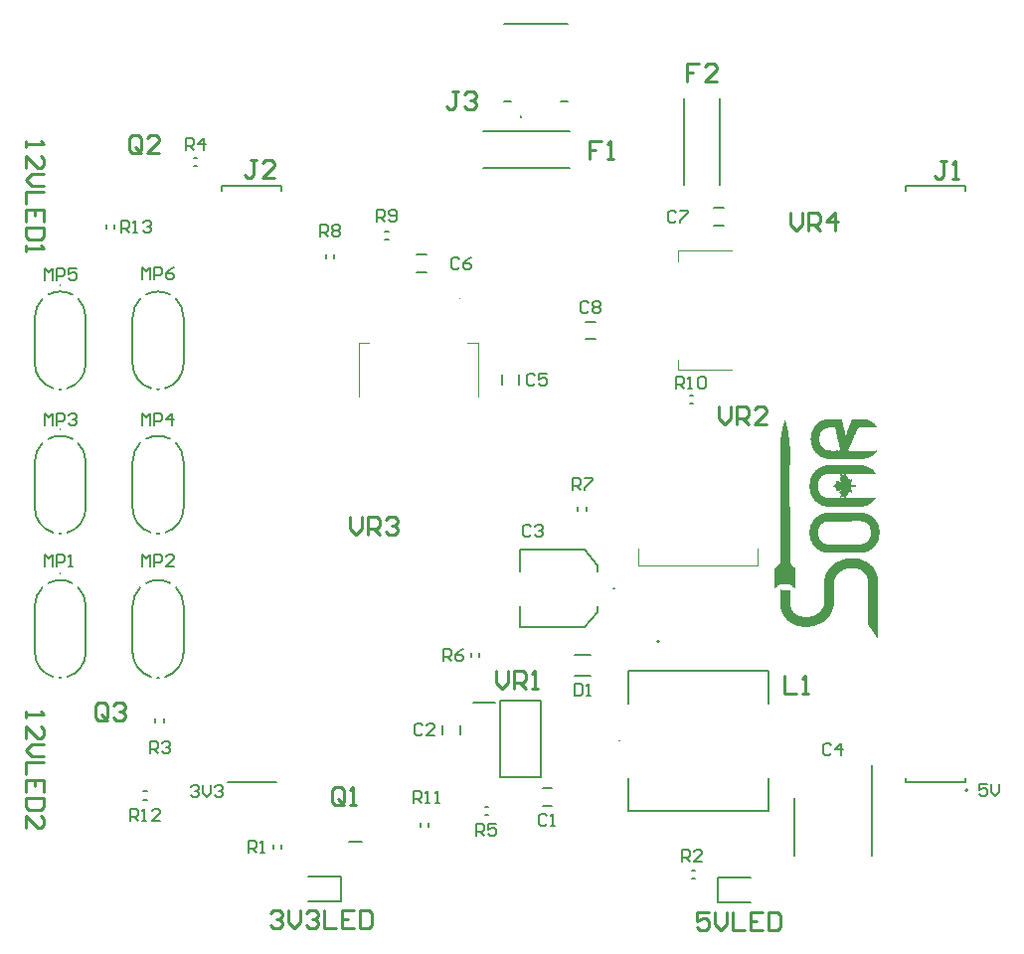
<source format=gto>
G04*
G04 #@! TF.GenerationSoftware,Altium Limited,Altium Designer,23.11.1 (41)*
G04*
G04 Layer_Color=65535*
%FSLAX25Y25*%
%MOIN*%
G70*
G04*
G04 #@! TF.SameCoordinates,7FD28054-1643-4BC3-9A3C-097E624A02D2*
G04*
G04*
G04 #@! TF.FilePolarity,Positive*
G04*
G01*
G75*
%ADD10C,0.00394*%
%ADD11C,0.00787*%
%ADD12C,0.00800*%
%ADD13C,0.01000*%
G36*
X71602Y-155386D02*
X72311D01*
Y-155505D01*
X72784D01*
Y-155623D01*
X73139D01*
Y-155741D01*
X73376D01*
Y-155860D01*
X73612D01*
Y-155978D01*
X73849D01*
Y-156096D01*
X74085D01*
Y-156214D01*
X74204D01*
Y-156333D01*
X74440D01*
Y-156451D01*
X74558D01*
Y-156569D01*
X74677D01*
Y-156687D01*
X74795D01*
Y-156806D01*
X75031D01*
Y-156924D01*
X75150D01*
Y-157042D01*
X75268D01*
Y-157279D01*
X75386D01*
Y-157397D01*
X75504D01*
Y-157515D01*
X75623D01*
Y-157634D01*
X75741D01*
Y-157752D01*
X75859D01*
Y-157989D01*
X75978D01*
Y-158107D01*
X69709D01*
Y-158225D01*
X69473D01*
Y-158343D01*
X69354D01*
Y-158580D01*
X69236D01*
Y-158935D01*
X69118D01*
Y-159171D01*
X69000D01*
Y-159408D01*
X68881D01*
Y-159763D01*
X68763D01*
Y-159999D01*
X68645D01*
Y-160236D01*
X68527D01*
Y-160590D01*
X68408D01*
Y-160827D01*
X68290D01*
Y-161064D01*
X68172D01*
Y-161418D01*
X68054D01*
Y-161655D01*
X67935D01*
Y-161891D01*
X67817D01*
Y-162246D01*
X67699D01*
Y-162483D01*
X67580D01*
Y-162719D01*
X67462D01*
Y-162956D01*
X67344D01*
Y-163311D01*
X67226D01*
Y-163547D01*
X67107D01*
Y-163784D01*
X66989D01*
Y-164138D01*
X66871D01*
Y-164375D01*
X66753D01*
Y-164611D01*
X66634D01*
Y-164848D01*
X66516D01*
Y-165203D01*
X66398D01*
Y-165439D01*
X66280D01*
Y-165794D01*
X66516D01*
Y-165912D01*
X75504D01*
Y-165794D01*
X75741D01*
Y-165912D01*
X75859D01*
Y-166149D01*
X75741D01*
Y-166267D01*
X75623D01*
Y-166386D01*
X75504D01*
Y-166504D01*
X75386D01*
Y-166622D01*
X75268D01*
Y-166740D01*
X75150D01*
Y-166859D01*
X75031D01*
Y-166977D01*
X74913D01*
Y-167095D01*
X74795D01*
Y-167213D01*
X74677D01*
Y-167332D01*
X74558D01*
Y-167450D01*
X74440D01*
Y-167568D01*
X74204D01*
Y-167686D01*
X74085D01*
Y-167805D01*
X73849D01*
Y-167923D01*
X73612D01*
Y-168041D01*
X73376D01*
Y-168160D01*
X73139D01*
Y-168278D01*
X72784D01*
Y-168396D01*
X72430D01*
Y-168514D01*
X71838D01*
Y-168633D01*
X71010D01*
Y-168751D01*
X61194D01*
Y-168633D01*
X58829D01*
Y-168514D01*
X58237D01*
Y-168396D01*
X57882D01*
Y-168278D01*
X57646D01*
Y-168160D01*
X57291D01*
Y-168041D01*
X57055D01*
Y-167923D01*
X56936D01*
Y-167805D01*
X56700D01*
Y-167686D01*
X56581D01*
Y-167568D01*
X56345D01*
Y-167450D01*
X56227D01*
Y-167332D01*
X56108D01*
Y-167213D01*
X55872D01*
Y-167095D01*
X55754D01*
Y-166977D01*
X55635D01*
Y-166859D01*
X55517D01*
Y-166740D01*
X55399D01*
Y-166622D01*
X55281D01*
Y-166386D01*
X55162D01*
Y-166267D01*
X55044D01*
Y-166149D01*
X54926D01*
Y-166031D01*
X54807D01*
Y-165794D01*
X54689D01*
Y-165676D01*
X54571D01*
Y-165439D01*
X54453D01*
Y-165203D01*
X54334D01*
Y-164966D01*
X54216D01*
Y-164730D01*
X54098D01*
Y-164375D01*
X53979D01*
Y-164020D01*
X53861D01*
Y-163547D01*
X53743D01*
Y-162364D01*
X53625D01*
Y-161655D01*
X53743D01*
Y-160472D01*
X53861D01*
Y-159881D01*
X53979D01*
Y-159526D01*
X54098D01*
Y-159171D01*
X54216D01*
Y-158935D01*
X54334D01*
Y-158698D01*
X54453D01*
Y-158461D01*
X54571D01*
Y-158225D01*
X54689D01*
Y-158107D01*
X54807D01*
Y-157870D01*
X54926D01*
Y-157752D01*
X55044D01*
Y-157634D01*
X55162D01*
Y-157515D01*
X55281D01*
Y-157279D01*
X55399D01*
Y-157161D01*
X55517D01*
Y-157042D01*
X55635D01*
Y-156924D01*
X55872D01*
Y-156806D01*
X55990D01*
Y-156687D01*
X56108D01*
Y-156569D01*
X56227D01*
Y-156451D01*
X56463D01*
Y-156333D01*
X56581D01*
Y-156214D01*
X56818D01*
Y-156096D01*
X56936D01*
Y-155978D01*
X57173D01*
Y-155860D01*
X57409D01*
Y-155741D01*
X57646D01*
Y-155623D01*
X58001D01*
Y-155505D01*
X58355D01*
Y-155386D01*
X58947D01*
Y-155268D01*
X63914D01*
Y-155386D01*
X64032D01*
Y-155505D01*
X64151D01*
Y-155741D01*
X64269D01*
Y-156333D01*
X64387D01*
Y-156924D01*
X64505D01*
Y-157515D01*
X64624D01*
Y-157989D01*
X64742D01*
Y-158580D01*
X64860D01*
Y-159171D01*
X64979D01*
Y-159644D01*
X65097D01*
Y-160236D01*
X65215D01*
Y-160709D01*
X65333D01*
Y-160827D01*
X65452D01*
Y-160590D01*
X65570D01*
Y-160236D01*
X65688D01*
Y-159881D01*
X65806D01*
Y-159526D01*
X65925D01*
Y-159171D01*
X66043D01*
Y-158935D01*
X66161D01*
Y-158580D01*
X66280D01*
Y-158225D01*
X66398D01*
Y-157870D01*
X66516D01*
Y-157515D01*
X66634D01*
Y-157279D01*
X66753D01*
Y-156924D01*
X66871D01*
Y-156569D01*
X66989D01*
Y-156214D01*
X67107D01*
Y-155860D01*
X67226D01*
Y-155623D01*
X67344D01*
Y-155386D01*
X67580D01*
Y-155268D01*
X71602D01*
Y-155386D01*
D02*
G37*
G36*
X70537Y-170880D02*
X71602D01*
Y-170998D01*
X72075D01*
Y-171116D01*
X72430D01*
Y-171235D01*
X72784D01*
Y-171353D01*
X73021D01*
Y-171471D01*
X73257D01*
Y-171589D01*
X73494D01*
Y-171708D01*
X73612D01*
Y-171826D01*
X73849D01*
Y-171944D01*
X73967D01*
Y-172063D01*
X74085D01*
Y-172181D01*
X74322D01*
Y-172299D01*
X74440D01*
Y-172417D01*
X74558D01*
Y-172536D01*
X74677D01*
Y-172654D01*
X74795D01*
Y-172772D01*
X74913D01*
Y-172890D01*
X75031D01*
Y-173009D01*
X75150D01*
Y-173127D01*
X75268D01*
Y-173363D01*
X75386D01*
Y-173482D01*
X75504D01*
Y-173600D01*
X65452D01*
Y-173718D01*
X65333D01*
Y-173955D01*
X65452D01*
Y-174073D01*
X65570D01*
Y-174310D01*
X65688D01*
Y-174428D01*
X65806D01*
Y-174664D01*
X65925D01*
Y-174783D01*
X66043D01*
Y-175019D01*
X66161D01*
Y-175137D01*
X66280D01*
Y-175256D01*
X66398D01*
Y-175492D01*
X66634D01*
Y-175611D01*
X67107D01*
Y-175492D01*
X67344D01*
Y-176438D01*
X67226D01*
Y-177030D01*
X67107D01*
Y-177148D01*
X67226D01*
Y-177385D01*
X67462D01*
Y-177503D01*
X67580D01*
Y-177385D01*
X68645D01*
Y-177503D01*
X68763D01*
Y-177621D01*
X68881D01*
Y-177858D01*
X68763D01*
Y-178094D01*
X67226D01*
Y-178331D01*
X67107D01*
Y-178449D01*
X67226D01*
Y-179159D01*
X67344D01*
Y-179868D01*
X67462D01*
Y-179987D01*
X67107D01*
Y-179868D01*
X66516D01*
Y-179987D01*
X66398D01*
Y-180105D01*
X66280D01*
Y-180341D01*
X66161D01*
Y-180460D01*
X66043D01*
Y-180696D01*
X65925D01*
Y-180814D01*
X65806D01*
Y-181051D01*
X65688D01*
Y-181169D01*
X65570D01*
Y-181288D01*
X65452D01*
Y-181524D01*
X65333D01*
Y-181761D01*
X75386D01*
Y-182115D01*
X75268D01*
Y-182234D01*
X75150D01*
Y-182352D01*
X75031D01*
Y-182470D01*
X74913D01*
Y-182589D01*
X74795D01*
Y-182707D01*
X74677D01*
Y-182825D01*
X74558D01*
Y-182943D01*
X74440D01*
Y-183062D01*
X74322D01*
Y-183180D01*
X74204D01*
Y-183298D01*
X74085D01*
Y-183416D01*
X73849D01*
Y-183535D01*
X73730D01*
Y-183653D01*
X73612D01*
Y-183771D01*
X73376D01*
Y-183889D01*
X73139D01*
Y-184008D01*
X72903D01*
Y-184126D01*
X72666D01*
Y-184244D01*
X72311D01*
Y-184362D01*
X71956D01*
Y-184481D01*
X71365D01*
Y-184599D01*
X66398D01*
Y-184717D01*
X63441D01*
Y-184599D01*
X58592D01*
Y-184481D01*
X58119D01*
Y-184362D01*
X57646D01*
Y-184244D01*
X57291D01*
Y-184126D01*
X57055D01*
Y-184008D01*
X56818D01*
Y-183889D01*
X56581D01*
Y-183771D01*
X56345D01*
Y-183653D01*
X56227D01*
Y-183535D01*
X55990D01*
Y-183416D01*
X55872D01*
Y-183298D01*
X55635D01*
Y-183180D01*
X55517D01*
Y-183062D01*
X55399D01*
Y-182943D01*
X55281D01*
Y-182825D01*
X55162D01*
Y-182707D01*
X55044D01*
Y-182589D01*
X54926D01*
Y-182470D01*
X54807D01*
Y-182352D01*
X54689D01*
Y-182115D01*
X54571D01*
Y-181997D01*
X54453D01*
Y-181761D01*
X54334D01*
Y-181642D01*
X54216D01*
Y-181406D01*
X54098D01*
Y-181169D01*
X53979D01*
Y-180933D01*
X53861D01*
Y-180696D01*
X53743D01*
Y-180341D01*
X53625D01*
Y-179987D01*
X53506D01*
Y-179514D01*
X53388D01*
Y-178686D01*
X53270D01*
Y-176911D01*
X53388D01*
Y-175965D01*
X53506D01*
Y-175492D01*
X53625D01*
Y-175137D01*
X53743D01*
Y-174783D01*
X53861D01*
Y-174546D01*
X53979D01*
Y-174310D01*
X54098D01*
Y-174073D01*
X54216D01*
Y-173837D01*
X54334D01*
Y-173600D01*
X54453D01*
Y-173482D01*
X54571D01*
Y-173363D01*
X54689D01*
Y-173127D01*
X54807D01*
Y-173009D01*
X54926D01*
Y-172890D01*
X55044D01*
Y-172772D01*
X55162D01*
Y-172654D01*
X55281D01*
Y-172536D01*
X55399D01*
Y-172417D01*
X55517D01*
Y-172299D01*
X55635D01*
Y-172181D01*
X55754D01*
Y-172063D01*
X55990D01*
Y-171944D01*
X56108D01*
Y-171826D01*
X56345D01*
Y-171708D01*
X56463D01*
Y-171589D01*
X56700D01*
Y-171471D01*
X56936D01*
Y-171353D01*
X57173D01*
Y-171235D01*
X57528D01*
Y-171116D01*
X58001D01*
Y-170998D01*
X58474D01*
Y-170880D01*
X59420D01*
Y-170762D01*
X70537D01*
Y-170880D01*
D02*
G37*
G36*
X71483Y-186846D02*
X71956D01*
Y-186964D01*
X72311D01*
Y-187083D01*
X72666D01*
Y-187201D01*
X72903D01*
Y-187319D01*
X73139D01*
Y-187437D01*
X73376D01*
Y-187556D01*
X73612D01*
Y-187674D01*
X73730D01*
Y-187792D01*
X73967D01*
Y-187911D01*
X74085D01*
Y-188029D01*
X74204D01*
Y-188147D01*
X74440D01*
Y-188265D01*
X74558D01*
Y-188384D01*
X74677D01*
Y-188502D01*
X74795D01*
Y-188620D01*
X74913D01*
Y-188739D01*
X75031D01*
Y-188857D01*
X75150D01*
Y-189093D01*
X75268D01*
Y-189211D01*
X75386D01*
Y-189330D01*
X75504D01*
Y-189566D01*
X75623D01*
Y-189685D01*
X75741D01*
Y-189921D01*
X75859D01*
Y-190158D01*
X75978D01*
Y-190394D01*
X76096D01*
Y-190631D01*
X76214D01*
Y-190867D01*
X76332D01*
Y-191222D01*
X76451D01*
Y-191695D01*
X76569D01*
Y-192523D01*
X76687D01*
Y-194179D01*
X76569D01*
Y-195007D01*
X76451D01*
Y-195598D01*
X76332D01*
Y-195953D01*
X76214D01*
Y-196189D01*
X76096D01*
Y-196544D01*
X75978D01*
Y-196781D01*
X75859D01*
Y-196899D01*
X75741D01*
Y-197136D01*
X75623D01*
Y-197372D01*
X75504D01*
Y-197490D01*
X75386D01*
Y-197609D01*
X75268D01*
Y-197845D01*
X75150D01*
Y-197964D01*
X75031D01*
Y-198082D01*
X74913D01*
Y-198200D01*
X74795D01*
Y-198318D01*
X74677D01*
Y-198436D01*
X74558D01*
Y-198555D01*
X74440D01*
Y-198673D01*
X74322D01*
Y-198791D01*
X74085D01*
Y-198910D01*
X73967D01*
Y-199028D01*
X73849D01*
Y-199146D01*
X73612D01*
Y-199264D01*
X73376D01*
Y-199383D01*
X73257D01*
Y-199501D01*
X73021D01*
Y-199619D01*
X72666D01*
Y-199738D01*
X72430D01*
Y-199856D01*
X72075D01*
Y-199974D01*
X71483D01*
Y-200092D01*
X59893D01*
Y-200211D01*
X59302D01*
Y-200092D01*
X58355D01*
Y-199974D01*
X57882D01*
Y-199856D01*
X57528D01*
Y-199738D01*
X57173D01*
Y-199619D01*
X56936D01*
Y-199501D01*
X56700D01*
Y-199383D01*
X56463D01*
Y-199264D01*
X56345D01*
Y-199146D01*
X56108D01*
Y-199028D01*
X55990D01*
Y-198910D01*
X55754D01*
Y-198791D01*
X55635D01*
Y-198673D01*
X55517D01*
Y-198555D01*
X55399D01*
Y-198436D01*
X55281D01*
Y-198318D01*
X55162D01*
Y-198200D01*
X55044D01*
Y-198082D01*
X54926D01*
Y-197964D01*
X54807D01*
Y-197845D01*
X54689D01*
Y-197727D01*
X54571D01*
Y-197609D01*
X54453D01*
Y-197372D01*
X54334D01*
Y-197254D01*
X54216D01*
Y-197017D01*
X54098D01*
Y-196781D01*
X53979D01*
Y-196544D01*
X53861D01*
Y-196308D01*
X53743D01*
Y-195953D01*
X53625D01*
Y-195598D01*
X53506D01*
Y-195243D01*
X53388D01*
Y-194534D01*
X53270D01*
Y-192287D01*
X53388D01*
Y-191695D01*
X53506D01*
Y-191222D01*
X53625D01*
Y-190867D01*
X53743D01*
Y-190631D01*
X53861D01*
Y-190276D01*
X53979D01*
Y-190039D01*
X54098D01*
Y-189803D01*
X54216D01*
Y-189685D01*
X54334D01*
Y-189448D01*
X54453D01*
Y-189330D01*
X54571D01*
Y-189093D01*
X54689D01*
Y-188975D01*
X54807D01*
Y-188857D01*
X54926D01*
Y-188739D01*
X55044D01*
Y-188620D01*
X55162D01*
Y-188502D01*
X55281D01*
Y-188384D01*
X55399D01*
Y-188265D01*
X55517D01*
Y-188147D01*
X55635D01*
Y-188029D01*
X55754D01*
Y-187911D01*
X55990D01*
Y-187792D01*
X56108D01*
Y-187674D01*
X56345D01*
Y-187556D01*
X56581D01*
Y-187437D01*
X56700D01*
Y-187319D01*
X57055D01*
Y-187201D01*
X57291D01*
Y-187083D01*
X57646D01*
Y-186964D01*
X58001D01*
Y-186846D01*
X58592D01*
Y-186728D01*
X71483D01*
Y-186846D01*
D02*
G37*
G36*
X45109Y-155978D02*
X45228D01*
Y-156333D01*
X45346D01*
Y-156687D01*
X45464D01*
Y-157161D01*
X45582D01*
Y-157634D01*
X45701D01*
Y-158107D01*
X45819D01*
Y-158698D01*
X45937D01*
Y-159171D01*
X46055D01*
Y-159881D01*
X46174D01*
Y-160590D01*
X46292D01*
Y-161537D01*
X46410D01*
Y-162719D01*
X46529D01*
Y-164375D01*
X46647D01*
Y-170762D01*
X46529D01*
Y-184717D01*
X46647D01*
Y-203640D01*
X46765D01*
Y-203759D01*
X46883D01*
Y-203877D01*
X47002D01*
Y-203995D01*
X47120D01*
Y-204114D01*
X47238D01*
Y-204232D01*
X47356D01*
Y-204350D01*
X47475D01*
Y-204468D01*
X47593D01*
Y-204587D01*
X47711D01*
Y-204705D01*
X47829D01*
Y-204823D01*
X47948D01*
Y-204941D01*
X48066D01*
Y-205060D01*
X48184D01*
Y-205178D01*
X48421D01*
Y-205414D01*
X48539D01*
Y-212156D01*
X48421D01*
Y-212037D01*
X48303D01*
Y-211919D01*
X48066D01*
Y-211801D01*
X47948D01*
Y-211683D01*
X47829D01*
Y-211564D01*
X47593D01*
Y-211446D01*
X47475D01*
Y-211328D01*
X47356D01*
Y-211210D01*
X47120D01*
Y-211091D01*
X47002D01*
Y-210973D01*
X46765D01*
Y-210855D01*
X43454D01*
Y-210736D01*
X43335D01*
Y-210855D01*
X43099D01*
Y-210973D01*
X42981D01*
Y-211091D01*
X42862D01*
Y-211210D01*
X42626D01*
Y-211328D01*
X42507D01*
Y-211446D01*
X42389D01*
Y-211564D01*
X42153D01*
Y-211683D01*
X42034D01*
Y-211801D01*
X41916D01*
Y-211919D01*
X41679D01*
Y-212037D01*
X41561D01*
Y-212156D01*
X41443D01*
Y-210855D01*
Y-210736D01*
Y-205533D01*
X41561D01*
Y-205296D01*
X41679D01*
Y-205060D01*
X41798D01*
Y-204941D01*
X42034D01*
Y-204823D01*
X42153D01*
Y-204705D01*
X42271D01*
Y-204587D01*
X42389D01*
Y-204468D01*
X42507D01*
Y-204350D01*
X42626D01*
Y-204232D01*
X42744D01*
Y-204114D01*
X42862D01*
Y-203995D01*
X42981D01*
Y-203877D01*
X43099D01*
Y-203759D01*
X43217D01*
Y-203640D01*
X43335D01*
Y-164138D01*
X43454D01*
Y-162601D01*
X43572D01*
Y-161537D01*
X43690D01*
Y-160590D01*
X43808D01*
Y-159881D01*
X43927D01*
Y-159289D01*
X44045D01*
Y-158698D01*
X44163D01*
Y-158107D01*
X44281D01*
Y-157634D01*
X44400D01*
Y-157161D01*
X44518D01*
Y-156806D01*
X44636D01*
Y-156333D01*
X44754D01*
Y-155978D01*
X44873D01*
Y-155623D01*
X45109D01*
Y-155978D01*
D02*
G37*
G36*
X68763Y-202103D02*
X69591D01*
Y-202221D01*
X70064D01*
Y-202339D01*
X70419D01*
Y-202458D01*
X70774D01*
Y-202576D01*
X71129D01*
Y-202694D01*
X71365D01*
Y-202813D01*
X71602D01*
Y-202931D01*
X71838D01*
Y-203049D01*
X72075D01*
Y-203167D01*
X72311D01*
Y-203286D01*
X72548D01*
Y-203404D01*
X72666D01*
Y-203522D01*
X72903D01*
Y-203640D01*
X73021D01*
Y-203759D01*
X73139D01*
Y-203877D01*
X73376D01*
Y-203995D01*
X73494D01*
Y-204114D01*
X73612D01*
Y-204232D01*
X73730D01*
Y-204350D01*
X73849D01*
Y-204468D01*
X73967D01*
Y-204587D01*
X74085D01*
Y-204705D01*
X74204D01*
Y-204823D01*
X74322D01*
Y-204941D01*
X74440D01*
Y-205060D01*
X74558D01*
Y-205178D01*
X74677D01*
Y-205414D01*
X74795D01*
Y-205533D01*
X74913D01*
Y-205769D01*
X75031D01*
Y-205888D01*
X75150D01*
Y-206124D01*
X75268D01*
Y-206361D01*
X75386D01*
Y-206597D01*
X75504D01*
Y-206834D01*
X75623D01*
Y-207189D01*
X75741D01*
Y-207543D01*
X75859D01*
Y-207898D01*
X75978D01*
Y-208489D01*
X76096D01*
Y-210736D01*
X76214D01*
Y-228950D01*
X75978D01*
Y-228713D01*
X75859D01*
Y-228595D01*
X75741D01*
Y-228359D01*
X75623D01*
Y-228240D01*
X75504D01*
Y-228122D01*
X75386D01*
Y-227886D01*
X75268D01*
Y-227767D01*
X75150D01*
Y-227531D01*
X75031D01*
Y-227413D01*
X74913D01*
Y-227176D01*
X74795D01*
Y-227058D01*
X74677D01*
Y-226821D01*
X74558D01*
Y-226703D01*
X74440D01*
Y-226466D01*
X74322D01*
Y-226348D01*
X74204D01*
Y-226230D01*
X74085D01*
Y-225993D01*
X73967D01*
Y-225875D01*
X73849D01*
Y-225639D01*
X73730D01*
Y-225520D01*
X73612D01*
Y-225284D01*
X73494D01*
Y-225165D01*
X73376D01*
Y-224929D01*
X73257D01*
Y-224811D01*
X73139D01*
Y-224692D01*
X73021D01*
Y-224456D01*
X72903D01*
Y-209554D01*
X72784D01*
Y-208962D01*
X72666D01*
Y-208608D01*
X72548D01*
Y-208253D01*
X72430D01*
Y-208016D01*
X72311D01*
Y-207780D01*
X72193D01*
Y-207662D01*
X72075D01*
Y-207425D01*
X71956D01*
Y-207307D01*
X71838D01*
Y-207070D01*
X71720D01*
Y-206952D01*
X71602D01*
Y-206834D01*
X71483D01*
Y-206715D01*
X71365D01*
Y-206597D01*
X71247D01*
Y-206479D01*
X71129D01*
Y-206361D01*
X70892D01*
Y-206242D01*
X70774D01*
Y-206124D01*
X70537D01*
Y-206006D01*
X70419D01*
Y-205888D01*
X70182D01*
Y-205769D01*
X69828D01*
Y-205651D01*
X69473D01*
Y-205533D01*
X69000D01*
Y-205414D01*
X67699D01*
Y-205296D01*
X67344D01*
Y-205414D01*
X66043D01*
Y-205533D01*
X65452D01*
Y-205651D01*
X65097D01*
Y-205769D01*
X64742D01*
Y-205888D01*
X64505D01*
Y-206006D01*
X64269D01*
Y-206124D01*
X64032D01*
Y-206242D01*
X63796D01*
Y-206361D01*
X63678D01*
Y-206479D01*
X63441D01*
Y-206597D01*
X63323D01*
Y-206715D01*
X63204D01*
Y-206834D01*
X63086D01*
Y-206952D01*
X62968D01*
Y-207070D01*
X62850D01*
Y-207189D01*
X62731D01*
Y-207307D01*
X62613D01*
Y-207425D01*
X62495D01*
Y-207543D01*
X62377D01*
Y-207662D01*
X62258D01*
Y-207898D01*
X62140D01*
Y-208016D01*
X62022D01*
Y-208253D01*
X61904D01*
Y-208489D01*
X61785D01*
Y-208726D01*
X61667D01*
Y-209081D01*
X61549D01*
Y-209436D01*
X61431D01*
Y-212865D01*
X61549D01*
Y-215822D01*
X61431D01*
Y-217241D01*
X61312D01*
Y-218069D01*
X61194D01*
Y-218542D01*
X61076D01*
Y-219015D01*
X60957D01*
Y-219370D01*
X60839D01*
Y-219725D01*
X60721D01*
Y-219962D01*
X60603D01*
Y-220316D01*
X60484D01*
Y-220553D01*
X60366D01*
Y-220671D01*
X60248D01*
Y-220908D01*
X60129D01*
Y-221144D01*
X60011D01*
Y-221263D01*
X59893D01*
Y-221381D01*
X59775D01*
Y-221617D01*
X59656D01*
Y-221736D01*
X59538D01*
Y-221854D01*
X59420D01*
Y-221972D01*
X59302D01*
Y-222090D01*
X59183D01*
Y-222209D01*
X59065D01*
Y-222327D01*
X58947D01*
Y-222445D01*
X58829D01*
Y-222564D01*
X58710D01*
Y-222682D01*
X58592D01*
Y-222800D01*
X58474D01*
Y-222918D01*
X58237D01*
Y-223037D01*
X58119D01*
Y-223155D01*
X58001D01*
Y-223273D01*
X57764D01*
Y-223391D01*
X57528D01*
Y-223510D01*
X57409D01*
Y-223628D01*
X57173D01*
Y-223746D01*
X56936D01*
Y-223864D01*
X56700D01*
Y-223983D01*
X56463D01*
Y-224101D01*
X56108D01*
Y-224219D01*
X55754D01*
Y-224338D01*
X55399D01*
Y-224456D01*
X55044D01*
Y-224574D01*
X54689D01*
Y-224692D01*
X54098D01*
Y-224811D01*
X53388D01*
Y-224929D01*
X51969D01*
Y-225047D01*
X51732D01*
Y-224929D01*
X50313D01*
Y-224811D01*
X49722D01*
Y-224692D01*
X49249D01*
Y-224574D01*
X48776D01*
Y-224456D01*
X48539D01*
Y-224338D01*
X48184D01*
Y-224219D01*
X47948D01*
Y-224101D01*
X47711D01*
Y-223983D01*
X47475D01*
Y-223864D01*
X47238D01*
Y-223746D01*
X47002D01*
Y-223628D01*
X46883D01*
Y-223510D01*
X46647D01*
Y-223391D01*
X46529D01*
Y-223273D01*
X46410D01*
Y-223155D01*
X46174D01*
Y-223037D01*
X46055D01*
Y-222918D01*
X45937D01*
Y-222800D01*
X45819D01*
Y-222682D01*
X45701D01*
Y-222564D01*
X45582D01*
Y-222445D01*
X45464D01*
Y-222327D01*
X45346D01*
Y-222209D01*
X45228D01*
Y-222090D01*
X45109D01*
Y-221854D01*
X44991D01*
Y-221736D01*
X44873D01*
Y-221617D01*
X44754D01*
Y-221381D01*
X44636D01*
Y-221263D01*
X44518D01*
Y-221026D01*
X44400D01*
Y-220789D01*
X44281D01*
Y-220553D01*
X44163D01*
Y-220316D01*
X44045D01*
Y-220080D01*
X43927D01*
Y-219725D01*
X43808D01*
Y-219370D01*
X43690D01*
Y-219015D01*
X43572D01*
Y-218542D01*
X43454D01*
Y-217833D01*
X43335D01*
Y-212629D01*
X43454D01*
Y-212511D01*
X43927D01*
Y-212629D01*
X46529D01*
Y-212747D01*
X46647D01*
Y-217596D01*
X46765D01*
Y-218187D01*
X46883D01*
Y-218542D01*
X47002D01*
Y-218897D01*
X47120D01*
Y-219134D01*
X47238D01*
Y-219370D01*
X47356D01*
Y-219489D01*
X47475D01*
Y-219725D01*
X47593D01*
Y-219843D01*
X47711D01*
Y-219962D01*
X47829D01*
Y-220198D01*
X47948D01*
Y-220316D01*
X48184D01*
Y-220435D01*
X48303D01*
Y-220553D01*
X48421D01*
Y-220671D01*
X48539D01*
Y-220789D01*
X48776D01*
Y-220908D01*
X49012D01*
Y-221026D01*
X49249D01*
Y-221144D01*
X49485D01*
Y-221263D01*
X49840D01*
Y-221381D01*
X50313D01*
Y-221499D01*
X50786D01*
Y-221617D01*
X53506D01*
Y-221499D01*
X53979D01*
Y-221381D01*
X54334D01*
Y-221263D01*
X54689D01*
Y-221144D01*
X54926D01*
Y-221026D01*
X55162D01*
Y-220908D01*
X55399D01*
Y-220789D01*
X55635D01*
Y-220671D01*
X55754D01*
Y-220553D01*
X55990D01*
Y-220435D01*
X56108D01*
Y-220316D01*
X56345D01*
Y-220198D01*
X56463D01*
Y-220080D01*
X56581D01*
Y-219962D01*
X56700D01*
Y-219843D01*
X56818D01*
Y-219725D01*
X56936D01*
Y-219607D01*
X57055D01*
Y-219489D01*
X57173D01*
Y-219252D01*
X57291D01*
Y-219134D01*
X57409D01*
Y-219015D01*
X57528D01*
Y-218779D01*
X57646D01*
Y-218542D01*
X57764D01*
Y-218306D01*
X57882D01*
Y-217951D01*
X58001D01*
Y-217360D01*
X58119D01*
Y-216059D01*
X58001D01*
Y-214994D01*
X58119D01*
Y-212156D01*
X58237D01*
Y-211801D01*
X58119D01*
Y-209081D01*
X58237D01*
Y-208608D01*
X58355D01*
Y-208135D01*
X58474D01*
Y-207780D01*
X58592D01*
Y-207543D01*
X58710D01*
Y-207189D01*
X58829D01*
Y-206952D01*
X58947D01*
Y-206715D01*
X59065D01*
Y-206597D01*
X59183D01*
Y-206361D01*
X59302D01*
Y-206124D01*
X59420D01*
Y-206006D01*
X59538D01*
Y-205769D01*
X59656D01*
Y-205651D01*
X59775D01*
Y-205533D01*
X59893D01*
Y-205296D01*
X60011D01*
Y-205178D01*
X60129D01*
Y-205060D01*
X60248D01*
Y-204941D01*
X60366D01*
Y-204823D01*
X60484D01*
Y-204705D01*
X60603D01*
Y-204587D01*
X60721D01*
Y-204468D01*
X60839D01*
Y-204350D01*
X60957D01*
Y-204232D01*
X61194D01*
Y-204114D01*
X61312D01*
Y-203995D01*
X61431D01*
Y-203877D01*
X61549D01*
Y-203759D01*
X61785D01*
Y-203640D01*
X61904D01*
Y-203522D01*
X62140D01*
Y-203404D01*
X62377D01*
Y-203286D01*
X62495D01*
Y-203167D01*
X62731D01*
Y-203049D01*
X62968D01*
Y-202931D01*
X63323D01*
Y-202813D01*
X63559D01*
Y-202694D01*
X63914D01*
Y-202576D01*
X64269D01*
Y-202458D01*
X64742D01*
Y-202339D01*
X65215D01*
Y-202221D01*
X65806D01*
Y-202103D01*
X66634D01*
Y-201985D01*
X68763D01*
Y-202103D01*
D02*
G37*
%LPC*%
G36*
X61667Y-158107D02*
X59420D01*
Y-158225D01*
X58947D01*
Y-158343D01*
X58710D01*
Y-158461D01*
X58355D01*
Y-158580D01*
X58237D01*
Y-158698D01*
X58001D01*
Y-158816D01*
X57882D01*
Y-158935D01*
X57764D01*
Y-159053D01*
X57646D01*
Y-159171D01*
X57528D01*
Y-159289D01*
X57409D01*
Y-159408D01*
X57291D01*
Y-159526D01*
X57173D01*
Y-159763D01*
X57055D01*
Y-159881D01*
X56936D01*
Y-160117D01*
X56818D01*
Y-160472D01*
X56700D01*
Y-160945D01*
X56581D01*
Y-162956D01*
X56700D01*
Y-163429D01*
X56818D01*
Y-163784D01*
X56936D01*
Y-164020D01*
X57055D01*
Y-164138D01*
X57173D01*
Y-164375D01*
X57291D01*
Y-164493D01*
X57409D01*
Y-164611D01*
X57528D01*
Y-164730D01*
X57646D01*
Y-164848D01*
X57764D01*
Y-164966D01*
X57882D01*
Y-165085D01*
X58001D01*
Y-165203D01*
X58237D01*
Y-165321D01*
X58355D01*
Y-165439D01*
X58592D01*
Y-165558D01*
X58947D01*
Y-165676D01*
X59420D01*
Y-165794D01*
X60484D01*
Y-165912D01*
X62022D01*
Y-165794D01*
X62731D01*
Y-165912D01*
X63204D01*
Y-165794D01*
X63323D01*
Y-165676D01*
X63441D01*
Y-165321D01*
X63323D01*
Y-164730D01*
X63204D01*
Y-164257D01*
X63086D01*
Y-163665D01*
X62968D01*
Y-163074D01*
X62850D01*
Y-162601D01*
X62731D01*
Y-162010D01*
X62613D01*
Y-161537D01*
X62495D01*
Y-160945D01*
X62377D01*
Y-160472D01*
X62258D01*
Y-159881D01*
X62140D01*
Y-159289D01*
X62022D01*
Y-158698D01*
X61904D01*
Y-158343D01*
X61785D01*
Y-158225D01*
X61667D01*
Y-158107D01*
D02*
G37*
G36*
X64505Y-173600D02*
X59538D01*
Y-173718D01*
X58710D01*
Y-173837D01*
X58355D01*
Y-173955D01*
X58119D01*
Y-174073D01*
X57882D01*
Y-174191D01*
X57646D01*
Y-174310D01*
X57528D01*
Y-174428D01*
X57409D01*
Y-174546D01*
X57173D01*
Y-174664D01*
X57055D01*
Y-174901D01*
X56936D01*
Y-175019D01*
X56818D01*
Y-175137D01*
X56700D01*
Y-175374D01*
X56581D01*
Y-175492D01*
X56463D01*
Y-175729D01*
X56345D01*
Y-176084D01*
X56227D01*
Y-176557D01*
X56108D01*
Y-178804D01*
X56227D01*
Y-179277D01*
X56345D01*
Y-179632D01*
X56463D01*
Y-179868D01*
X56581D01*
Y-180105D01*
X56700D01*
Y-180341D01*
X56818D01*
Y-180460D01*
X56936D01*
Y-180696D01*
X57055D01*
Y-180814D01*
X57173D01*
Y-180933D01*
X57291D01*
Y-181051D01*
X57528D01*
Y-181169D01*
X57646D01*
Y-181288D01*
X57764D01*
Y-181406D01*
X58001D01*
Y-181524D01*
X58355D01*
Y-181642D01*
X58829D01*
Y-181761D01*
X60366D01*
Y-181879D01*
X62495D01*
Y-181761D01*
X64742D01*
Y-181406D01*
X64269D01*
Y-181524D01*
X63678D01*
Y-181642D01*
X63559D01*
Y-180933D01*
X63678D01*
Y-180460D01*
X63559D01*
Y-180341D01*
X63441D01*
Y-180223D01*
X63204D01*
Y-179868D01*
X63323D01*
Y-179750D01*
X63441D01*
Y-179632D01*
X63559D01*
Y-179514D01*
X63678D01*
Y-179395D01*
X63796D01*
Y-179159D01*
X63441D01*
Y-179277D01*
X62731D01*
Y-179395D01*
X62022D01*
Y-179514D01*
X61904D01*
Y-179277D01*
X62022D01*
Y-179040D01*
X62140D01*
Y-178922D01*
X62258D01*
Y-178567D01*
X62140D01*
Y-178449D01*
X62022D01*
Y-178331D01*
X61785D01*
Y-178212D01*
X61549D01*
Y-178094D01*
X61312D01*
Y-177976D01*
X61194D01*
Y-177858D01*
X61076D01*
Y-177621D01*
X61312D01*
Y-177503D01*
X61431D01*
Y-177385D01*
X61667D01*
Y-177266D01*
X61904D01*
Y-177148D01*
X62022D01*
Y-177030D01*
X62140D01*
Y-176911D01*
X62258D01*
Y-176557D01*
X62140D01*
Y-176438D01*
X62022D01*
Y-176202D01*
X61904D01*
Y-176084D01*
X62377D01*
Y-176202D01*
X63086D01*
Y-176320D01*
X63559D01*
Y-176438D01*
X63678D01*
Y-176320D01*
X63796D01*
Y-176084D01*
X63678D01*
Y-175965D01*
X63559D01*
Y-175847D01*
X63441D01*
Y-175611D01*
X63323D01*
Y-175492D01*
X63204D01*
Y-175256D01*
X63441D01*
Y-175137D01*
X63559D01*
Y-174783D01*
X63678D01*
Y-174546D01*
X63559D01*
Y-173955D01*
X63441D01*
Y-173837D01*
X64032D01*
Y-173955D01*
X64742D01*
Y-173837D01*
X64860D01*
Y-173718D01*
X64505D01*
Y-173600D01*
D02*
G37*
G36*
X70419Y-189448D02*
X67580D01*
Y-189566D01*
X59420D01*
Y-189685D01*
X58710D01*
Y-189803D01*
X58237D01*
Y-189921D01*
X58001D01*
Y-190039D01*
X57764D01*
Y-190158D01*
X57646D01*
Y-190276D01*
X57409D01*
Y-190394D01*
X57291D01*
Y-190513D01*
X57173D01*
Y-190631D01*
X57055D01*
Y-190749D01*
X56936D01*
Y-190986D01*
X56818D01*
Y-191104D01*
X56700D01*
Y-191340D01*
X56581D01*
Y-191459D01*
X56463D01*
Y-191814D01*
X56345D01*
Y-192168D01*
X56227D01*
Y-192641D01*
X56108D01*
Y-194297D01*
X56227D01*
Y-194770D01*
X56345D01*
Y-195125D01*
X56463D01*
Y-195361D01*
X56581D01*
Y-195598D01*
X56700D01*
Y-195835D01*
X56818D01*
Y-195953D01*
X56936D01*
Y-196071D01*
X57055D01*
Y-196189D01*
X57173D01*
Y-196308D01*
X57291D01*
Y-196426D01*
X57409D01*
Y-196544D01*
X57528D01*
Y-196662D01*
X57646D01*
Y-196781D01*
X57882D01*
Y-196899D01*
X58119D01*
Y-197017D01*
X58474D01*
Y-197136D01*
X58829D01*
Y-197254D01*
X59656D01*
Y-197372D01*
X60248D01*
Y-197254D01*
X70774D01*
Y-197136D01*
X71247D01*
Y-197017D01*
X71602D01*
Y-196899D01*
X71838D01*
Y-196781D01*
X72075D01*
Y-196662D01*
X72311D01*
Y-196544D01*
X72430D01*
Y-196426D01*
X72548D01*
Y-196308D01*
X72784D01*
Y-196189D01*
X72903D01*
Y-195953D01*
X73021D01*
Y-195835D01*
X73139D01*
Y-195716D01*
X73257D01*
Y-195480D01*
X73376D01*
Y-195243D01*
X73494D01*
Y-195007D01*
X73612D01*
Y-194652D01*
X73730D01*
Y-194061D01*
X73849D01*
Y-192878D01*
X73730D01*
Y-192287D01*
X73612D01*
Y-191814D01*
X73494D01*
Y-191459D01*
X73376D01*
Y-191222D01*
X73257D01*
Y-191104D01*
X73139D01*
Y-190867D01*
X73021D01*
Y-190749D01*
X72903D01*
Y-190513D01*
X72784D01*
Y-190394D01*
X72548D01*
Y-190276D01*
X72430D01*
Y-190158D01*
X72311D01*
Y-190039D01*
X72075D01*
Y-189921D01*
X71838D01*
Y-189803D01*
X71602D01*
Y-189685D01*
X71129D01*
Y-189566D01*
X70419D01*
Y-189448D01*
D02*
G37*
%LPD*%
D10*
X-64238Y-114735D02*
G03*
X-63844Y-114735I197J0D01*
G01*
X-10766Y-263203D02*
G03*
X-10372Y-263203I197J0D01*
G01*
D02*
G03*
X-10766Y-263203I-197J0D01*
G01*
X-63844Y-114735D02*
G03*
X-64238Y-114735I-197J0D01*
G01*
X-165200Y-206926D02*
G03*
X-165200Y-207320I0J-197D01*
G01*
D02*
G03*
X-165200Y-206926I0J197D01*
G01*
Y-158526D02*
G03*
X-165200Y-158920I0J-197D01*
G01*
X-198000Y-206926D02*
G03*
X-198000Y-207320I0J-197D01*
G01*
X-165200Y-158920D02*
G03*
X-165200Y-158526I0J197D01*
G01*
X-198000Y-110126D02*
G03*
X-198000Y-110520I0J-197D01*
G01*
D02*
G03*
X-198000Y-110126I0J197D01*
G01*
Y-207320D02*
G03*
X-198000Y-206926I0J197D01*
G01*
Y-158920D02*
G03*
X-198000Y-158526I0J197D01*
G01*
D02*
G03*
X-198000Y-158920I0J-197D01*
G01*
X-5858Y-105057D02*
G03*
X-5858Y-104663I0J197D01*
G01*
X-165200Y-110520D02*
G03*
X-165200Y-110126I0J197D01*
G01*
X-5858Y-104663D02*
G03*
X-5858Y-105057I0J-197D01*
G01*
X-165200Y-110126D02*
G03*
X-165200Y-110520I0J-197D01*
G01*
X-61482Y-129629D02*
X-58017D01*
X-98017Y-147806D02*
Y-129629D01*
X-94553D01*
X-58017Y-147806D02*
Y-129629D01*
X35926Y-204423D02*
Y-198813D01*
X-4153Y-204423D02*
X35926D01*
X-4153D02*
Y-198813D01*
X9036Y-98836D02*
X27213D01*
X9036Y-138836D02*
X27213D01*
X9036Y-102301D02*
Y-98836D01*
Y-138836D02*
Y-135372D01*
D11*
X-12094Y-212197D02*
G03*
X-12487Y-212197I-197J0D01*
G01*
X-12094D02*
G03*
X-12487Y-212197I-197J0D01*
G01*
X106241Y-279759D02*
G03*
X106241Y-279759I-394J0D01*
G01*
X-195635Y-193368D02*
G03*
X-189476Y-185179I-2365J8189D01*
G01*
X-198364Y-193695D02*
G03*
X-197636Y-193695I364J8516D01*
G01*
X-206524Y-185179D02*
G03*
X-200365Y-193368I8524J0D01*
G01*
X-203984Y-163362D02*
G03*
X-206524Y-169431I5984J-6070D01*
G01*
X-193979Y-161916D02*
G03*
X-202021Y-161916I-4021J-7516D01*
G01*
X-189476Y-169431D02*
G03*
X-192016Y-163362I-8524J0D01*
G01*
X2107Y-229915D02*
G03*
X2894Y-229915I394J0D01*
G01*
X-12487Y-212197D02*
G03*
X-12094Y-212197I197J0D01*
G01*
X-43558Y-53729D02*
G03*
X-43558Y-54123I0J-197D01*
G01*
D02*
G03*
X-43558Y-53729I0J197D01*
G01*
X-171184Y-211762D02*
G03*
X-173724Y-217831I5984J-6070D01*
G01*
X-161179Y-210316D02*
G03*
X-169221Y-210316I-4021J-7516D01*
G01*
X-156676Y-217831D02*
G03*
X-159216Y-211762I-8524J0D01*
G01*
X-162835Y-193368D02*
G03*
X-156676Y-185179I-2365J8189D01*
G01*
X-165564Y-193695D02*
G03*
X-164836Y-193695I364J8516D01*
G01*
X-173724Y-185179D02*
G03*
X-167565Y-193368I8524J0D01*
G01*
X2894Y-229915D02*
G03*
X2107Y-229915I-394J0D01*
G01*
X-162835Y-241769D02*
G03*
X-156676Y-233579I-2365J8189D01*
G01*
X-165564Y-242095D02*
G03*
X-164836Y-242095I364J8516D01*
G01*
X-173724Y-233579D02*
G03*
X-167565Y-241769I8524J0D01*
G01*
X-171184Y-163362D02*
G03*
X-173724Y-169431I5984J-6070D01*
G01*
X-161179Y-161916D02*
G03*
X-169221Y-161916I-4021J-7516D01*
G01*
X-156676Y-169431D02*
G03*
X-159216Y-163362I-8524J0D01*
G01*
X-198364Y-242095D02*
G03*
X-197636Y-242095I364J8516D01*
G01*
X-206524Y-233579D02*
G03*
X-200365Y-241769I8524J0D01*
G01*
X-195635D02*
G03*
X-189476Y-233579I-2365J8189D01*
G01*
X-203984Y-114962D02*
G03*
X-206524Y-121031I5984J-6070D01*
G01*
X-193979Y-113516D02*
G03*
X-202021Y-113516I-4021J-7516D01*
G01*
X-189476Y-121031D02*
G03*
X-192016Y-114962I-8524J0D01*
G01*
X-195635Y-144968D02*
G03*
X-189476Y-136779I-2365J8189D01*
G01*
X-198364Y-145295D02*
G03*
X-197636Y-145295I364J8516D01*
G01*
X-206524Y-136779D02*
G03*
X-200365Y-144968I8524J0D01*
G01*
X-189476Y-217831D02*
G03*
X-192016Y-211762I-8524J0D01*
G01*
X-162835Y-144968D02*
G03*
X-156676Y-136779I-2365J8189D01*
G01*
X-165564Y-145295D02*
G03*
X-164836Y-145295I364J8516D01*
G01*
X-173724Y-136779D02*
G03*
X-167565Y-144968I8524J0D01*
G01*
X-203984Y-211762D02*
G03*
X-206524Y-217831I5984J-6070D01*
G01*
X-193979Y-210316D02*
G03*
X-202021Y-210316I-4021J-7516D01*
G01*
X-171184Y-114962D02*
G03*
X-173724Y-121031I5984J-6070D01*
G01*
X-161179Y-113516D02*
G03*
X-169221Y-113516I-4021J-7516D01*
G01*
X-156676Y-121031D02*
G03*
X-159216Y-114962I-8524J0D01*
G01*
X-143785Y-77200D02*
X-123781D01*
X-57513Y-235047D02*
Y-233866D01*
X-43983Y-225189D02*
X-22133D01*
X-141949Y-277200D02*
X-125632D01*
X-60269Y-235047D02*
Y-233866D01*
X105603Y-78578D02*
Y-77200D01*
X-123781Y-78578D02*
Y-77200D01*
X-143785Y-78578D02*
Y-77200D01*
X85599Y-78578D02*
Y-77200D01*
X-153330Y-70542D02*
X-152149D01*
X105603Y-277200D02*
Y-275822D01*
X-78378Y-106072D02*
X-75228D01*
X85599Y-277200D02*
Y-275822D01*
Y-277200D02*
X105603D01*
X-17999Y-220071D02*
Y-218103D01*
X-22133Y-225189D02*
X-17999Y-220071D01*
X-153330Y-67786D02*
X-152149D01*
X-17999Y-206292D02*
Y-204323D01*
X85599Y-77200D02*
X105603D01*
X-21719Y-128490D02*
X-18569D01*
X-22133Y-199205D02*
X-17999Y-204323D01*
X-43983Y-199205D02*
X-22133D01*
X-43983Y-206292D02*
Y-199205D01*
X11066Y-76773D02*
Y-47639D01*
X21246Y-84541D02*
X24396D01*
X-21719Y-122584D02*
X-18569D01*
X23270Y-76773D02*
Y-47639D01*
X13635Y-306713D02*
X14816D01*
X-49951Y-143575D02*
Y-140425D01*
X-43983Y-225189D02*
Y-218103D01*
X13635Y-309469D02*
X14816D01*
X-44045Y-143575D02*
Y-140425D01*
X-78378Y-100167D02*
X-75228D01*
X-106044Y-101391D02*
Y-100209D01*
X-63969Y-261093D02*
Y-257943D01*
X-69874Y-261093D02*
Y-257943D01*
X-77363Y-291892D02*
Y-290710D01*
X-74607Y-291892D02*
Y-290710D01*
X-59547Y-250463D02*
X-52067D01*
X-50689Y-275266D02*
Y-249676D01*
X-36909Y-275266D02*
Y-249676D01*
X-50689Y-275266D02*
X-36909D01*
X-50689Y-249676D02*
X-36909D01*
X-55661Y-288203D02*
X-54480D01*
X-55661Y-285447D02*
X-54480D01*
X-36281Y-279148D02*
X-33132D01*
X-36281Y-285054D02*
X-33132D01*
X-7616Y-239580D02*
X39628D01*
Y-250604D02*
Y-239580D01*
X-7616Y-250604D02*
Y-239580D01*
X39628Y-286825D02*
Y-275801D01*
X-7616Y-286825D02*
X39628D01*
X-7616D02*
Y-275801D01*
X48208Y-301792D02*
Y-282304D01*
X74192Y-301792D02*
Y-271477D01*
X-100381Y-297031D02*
X-98413D01*
X-108800Y-101391D02*
Y-100209D01*
X-101365Y-297031D02*
X-100381D01*
X-98413D02*
X-97035D01*
X-25562Y-241543D02*
X-20129D01*
X-25562Y-234457D02*
X-20129D01*
X-56283Y-71079D02*
X-27149D01*
X-56283Y-58874D02*
X-27149D01*
X-89094Y-95130D02*
X-87912D01*
X-89094Y-92374D02*
X-87912D01*
X13012Y-147406D02*
X14193D01*
X13012Y-150162D02*
X14193D01*
X-49188Y-22627D02*
X-27929D01*
X21246Y-90447D02*
X24396D01*
X-30291Y-48611D02*
X-27929D01*
X-49188D02*
X-46826D01*
X-173724Y-233579D02*
Y-217831D01*
X-156676Y-233579D02*
Y-217831D01*
X-173724Y-185179D02*
Y-169431D01*
X-156676Y-185179D02*
Y-169431D01*
X-206524Y-233579D02*
Y-217831D01*
X-189476Y-233579D02*
Y-217831D01*
X-24451Y-186007D02*
Y-184826D01*
X-21695Y-186007D02*
Y-184826D01*
X-189476Y-136779D02*
Y-121031D01*
X-114954Y-317006D02*
X-103930D01*
Y-308738D01*
X-206524Y-136779D02*
Y-121031D01*
X-173724Y-136779D02*
Y-121031D01*
X-156676Y-136779D02*
Y-121031D01*
X-206524Y-185179D02*
Y-169431D01*
X-189476Y-185179D02*
Y-169431D01*
X22513Y-317432D02*
Y-308968D01*
X-166048Y-256991D02*
Y-255809D01*
X-163292Y-256991D02*
Y-255809D01*
X22513Y-308968D02*
X33340D01*
X-170191Y-282978D02*
X-169009D01*
X-182618Y-91391D02*
Y-90210D01*
X-170191Y-280222D02*
X-169009D01*
X-179862Y-91391D02*
Y-90210D01*
X-126578Y-299304D02*
Y-298123D01*
X22513Y-317432D02*
X33340D01*
X-123822Y-299304D02*
Y-298123D01*
X-114954Y-308738D02*
X-103930D01*
D12*
X-69488Y-236302D02*
Y-232304D01*
X-67489D01*
X-66822Y-232970D01*
Y-234303D01*
X-67489Y-234969D01*
X-69488D01*
X-68155D02*
X-66822Y-236302D01*
X-62824Y-232304D02*
X-64157Y-232970D01*
X-65489Y-234303D01*
Y-235636D01*
X-64823Y-236302D01*
X-63490D01*
X-62824Y-235636D01*
Y-234969D01*
X-63490Y-234303D01*
X-65489D01*
X112666Y-277838D02*
X110000D01*
Y-279837D01*
X111333Y-279171D01*
X111999D01*
X112666Y-279837D01*
Y-281170D01*
X111999Y-281836D01*
X110667D01*
X110000Y-281170D01*
X113999Y-277838D02*
Y-280504D01*
X115332Y-281836D01*
X116665Y-280504D01*
Y-277838D01*
X-154214Y-278846D02*
X-153547Y-278179D01*
X-152215D01*
X-151548Y-278846D01*
Y-279512D01*
X-152215Y-280179D01*
X-152881D01*
X-152215D01*
X-151548Y-280845D01*
Y-281511D01*
X-152215Y-282178D01*
X-153547D01*
X-154214Y-281511D01*
X-150215Y-278179D02*
Y-280845D01*
X-148882Y-282178D01*
X-147549Y-280845D01*
Y-278179D01*
X-146216Y-278846D02*
X-145550Y-278179D01*
X-144217D01*
X-143551Y-278846D01*
Y-279512D01*
X-144217Y-280179D01*
X-144884D01*
X-144217D01*
X-143551Y-280845D01*
Y-281511D01*
X-144217Y-282178D01*
X-145550D01*
X-146216Y-281511D01*
X60527Y-264667D02*
X59861Y-264001D01*
X58528D01*
X57862Y-264667D01*
Y-267333D01*
X58528Y-267999D01*
X59861D01*
X60527Y-267333D01*
X63860Y-267999D02*
Y-264001D01*
X61860Y-266000D01*
X64526D01*
X-40204Y-191267D02*
X-40871Y-190601D01*
X-42204D01*
X-42870Y-191267D01*
Y-193933D01*
X-42204Y-194600D01*
X-40871D01*
X-40204Y-193933D01*
X-38871Y-191267D02*
X-38205Y-190601D01*
X-36872D01*
X-36205Y-191267D01*
Y-191934D01*
X-36872Y-192600D01*
X-37538D01*
X-36872D01*
X-36205Y-193267D01*
Y-193933D01*
X-36872Y-194600D01*
X-38205D01*
X-38871Y-193933D01*
X-170419Y-204699D02*
Y-200701D01*
X-169086Y-202033D01*
X-167753Y-200701D01*
Y-204699D01*
X-166420D02*
Y-200701D01*
X-164421D01*
X-163754Y-201367D01*
Y-202700D01*
X-164421Y-203366D01*
X-166420D01*
X-159756Y-204699D02*
X-162421D01*
X-159756Y-202033D01*
Y-201367D01*
X-160422Y-200701D01*
X-161755D01*
X-162421Y-201367D01*
X-203165Y-204699D02*
Y-200701D01*
X-201832Y-202033D01*
X-200499Y-200701D01*
Y-204699D01*
X-199167D02*
Y-200701D01*
X-197167D01*
X-196501Y-201367D01*
Y-202700D01*
X-197167Y-203366D01*
X-199167D01*
X-195168Y-204699D02*
X-193835D01*
X-194501D01*
Y-200701D01*
X-195168Y-201367D01*
X-170419Y-157443D02*
Y-153445D01*
X-169086Y-154778D01*
X-167753Y-153445D01*
Y-157443D01*
X-166420D02*
Y-153445D01*
X-164421D01*
X-163754Y-154111D01*
Y-155444D01*
X-164421Y-156111D01*
X-166420D01*
X-160422Y-157443D02*
Y-153445D01*
X-162421Y-155444D01*
X-159756D01*
X-203206Y-157443D02*
Y-153445D01*
X-201873Y-154778D01*
X-200540Y-153445D01*
Y-157443D01*
X-199207D02*
Y-153445D01*
X-197208D01*
X-196542Y-154111D01*
Y-155444D01*
X-197208Y-156111D01*
X-199207D01*
X-195209Y-154111D02*
X-194542Y-153445D01*
X-193209D01*
X-192543Y-154111D01*
Y-154778D01*
X-193209Y-155444D01*
X-193876D01*
X-193209D01*
X-192543Y-156111D01*
Y-156777D01*
X-193209Y-157443D01*
X-194542D01*
X-195209Y-156777D01*
X-170532Y-108351D02*
Y-104352D01*
X-169199Y-105685D01*
X-167866Y-104352D01*
Y-108351D01*
X-166533D02*
Y-104352D01*
X-164533D01*
X-163867Y-105019D01*
Y-106352D01*
X-164533Y-107018D01*
X-166533D01*
X-159868Y-104352D02*
X-161201Y-105019D01*
X-162534Y-106352D01*
Y-107685D01*
X-161868Y-108351D01*
X-160535D01*
X-159868Y-107685D01*
Y-107018D01*
X-160535Y-106352D01*
X-162534D01*
X-203332Y-108779D02*
Y-104780D01*
X-201999Y-106113D01*
X-200666Y-104780D01*
Y-108779D01*
X-199333D02*
Y-104780D01*
X-197334D01*
X-196667Y-105447D01*
Y-106780D01*
X-197334Y-107446D01*
X-199333D01*
X-192668Y-104780D02*
X-195334D01*
Y-106780D01*
X-194001Y-106113D01*
X-193335D01*
X-192668Y-106780D01*
Y-108112D01*
X-193335Y-108779D01*
X-194668D01*
X-195334Y-108112D01*
X-64169Y-101787D02*
X-64836Y-101120D01*
X-66169D01*
X-66835Y-101787D01*
Y-104452D01*
X-66169Y-105119D01*
X-64836D01*
X-64169Y-104452D01*
X-60171Y-101120D02*
X-61504Y-101787D01*
X-62836Y-103120D01*
Y-104452D01*
X-62170Y-105119D01*
X-60837D01*
X-60171Y-104452D01*
Y-103786D01*
X-60837Y-103120D01*
X-62836D01*
X-91835Y-89199D02*
Y-85201D01*
X-89836D01*
X-89169Y-85867D01*
Y-87200D01*
X-89836Y-87866D01*
X-91835D01*
X-90502D02*
X-89169Y-89199D01*
X-87836Y-88533D02*
X-87170Y-89199D01*
X-85837D01*
X-85171Y-88533D01*
Y-85867D01*
X-85837Y-85201D01*
X-87170D01*
X-87836Y-85867D01*
Y-86534D01*
X-87170Y-87200D01*
X-85171D01*
X-26329Y-179029D02*
Y-175030D01*
X-24330D01*
X-23663Y-175697D01*
Y-177030D01*
X-24330Y-177696D01*
X-26329D01*
X-24996D02*
X-23663Y-179029D01*
X-22331Y-175030D02*
X-19665D01*
Y-175697D01*
X-22331Y-178363D01*
Y-179029D01*
X-177509Y-92799D02*
Y-88801D01*
X-175510D01*
X-174844Y-89467D01*
Y-90800D01*
X-175510Y-91466D01*
X-177509D01*
X-176177D02*
X-174844Y-92799D01*
X-173511D02*
X-172178D01*
X-172844D01*
Y-88801D01*
X-173511Y-89467D01*
X-170178D02*
X-169512Y-88801D01*
X-168179D01*
X-167513Y-89467D01*
Y-90134D01*
X-168179Y-90800D01*
X-168846D01*
X-168179D01*
X-167513Y-91466D01*
Y-92133D01*
X-168179Y-92799D01*
X-169512D01*
X-170178Y-92133D01*
X-174598Y-289954D02*
Y-285955D01*
X-172599D01*
X-171933Y-286622D01*
Y-287954D01*
X-172599Y-288621D01*
X-174598D01*
X-173266D02*
X-171933Y-289954D01*
X-170600D02*
X-169267D01*
X-169933D01*
Y-285955D01*
X-170600Y-286622D01*
X-164602Y-289954D02*
X-167267D01*
X-164602Y-287288D01*
Y-286622D01*
X-165268Y-285955D01*
X-166601D01*
X-167267Y-286622D01*
X-79600Y-284100D02*
Y-280101D01*
X-77601D01*
X-76934Y-280768D01*
Y-282101D01*
X-77601Y-282767D01*
X-79600D01*
X-78267D02*
X-76934Y-284100D01*
X-75601D02*
X-74269D01*
X-74935D01*
Y-280101D01*
X-75601Y-280768D01*
X-72269Y-284100D02*
X-70936D01*
X-71603D01*
Y-280101D01*
X-72269Y-280768D01*
X-111013Y-94199D02*
Y-90201D01*
X-109013D01*
X-108347Y-90867D01*
Y-92200D01*
X-109013Y-92866D01*
X-111013D01*
X-109680D02*
X-108347Y-94199D01*
X-107014Y-90867D02*
X-106348Y-90201D01*
X-105015D01*
X-104348Y-90867D01*
Y-91534D01*
X-105015Y-92200D01*
X-104348Y-92866D01*
Y-93533D01*
X-105015Y-94199D01*
X-106348D01*
X-107014Y-93533D01*
Y-92866D01*
X-106348Y-92200D01*
X-107014Y-91534D01*
Y-90867D01*
X-106348Y-92200D02*
X-105015D01*
X-58403Y-295170D02*
Y-291172D01*
X-56403D01*
X-55737Y-291838D01*
Y-293171D01*
X-56403Y-293837D01*
X-58403D01*
X-57070D02*
X-55737Y-295170D01*
X-51738Y-291172D02*
X-54404D01*
Y-293171D01*
X-53071Y-292505D01*
X-52405D01*
X-51738Y-293171D01*
Y-294504D01*
X-52405Y-295170D01*
X-53737D01*
X-54404Y-294504D01*
X-38934Y-140667D02*
X-39601Y-140001D01*
X-40934D01*
X-41600Y-140667D01*
Y-143333D01*
X-40934Y-143999D01*
X-39601D01*
X-38934Y-143333D01*
X-34936Y-140001D02*
X-37602D01*
Y-142000D01*
X-36269Y-141333D01*
X-35602D01*
X-34936Y-142000D01*
Y-143333D01*
X-35602Y-143999D01*
X-36935D01*
X-37602Y-143333D01*
X-20810Y-116267D02*
X-21477Y-115601D01*
X-22810D01*
X-23476Y-116267D01*
Y-118933D01*
X-22810Y-119599D01*
X-21477D01*
X-20810Y-118933D01*
X-19478Y-116267D02*
X-18811Y-115601D01*
X-17478D01*
X-16812Y-116267D01*
Y-116934D01*
X-17478Y-117600D01*
X-16812Y-118266D01*
Y-118933D01*
X-17478Y-119599D01*
X-18811D01*
X-19478Y-118933D01*
Y-118266D01*
X-18811Y-117600D01*
X-19478Y-116934D01*
Y-116267D01*
X-18811Y-117600D02*
X-17478D01*
X8370Y-86161D02*
X7703Y-85495D01*
X6370D01*
X5704Y-86161D01*
Y-88827D01*
X6370Y-89493D01*
X7703D01*
X8370Y-88827D01*
X9702Y-85495D02*
X12368D01*
Y-86161D01*
X9702Y-88827D01*
Y-89493D01*
X-25663Y-244041D02*
Y-248040D01*
X-23663D01*
X-22997Y-247373D01*
Y-244707D01*
X-23663Y-244041D01*
X-25663D01*
X-21664Y-248040D02*
X-20331D01*
X-20998D01*
Y-244041D01*
X-21664Y-244707D01*
X-155887Y-64941D02*
Y-60942D01*
X-153887D01*
X-153221Y-61608D01*
Y-62941D01*
X-153887Y-63608D01*
X-155887D01*
X-154554D02*
X-153221Y-64941D01*
X-149889D02*
Y-60942D01*
X-151888Y-62941D01*
X-149222D01*
X8604Y-144972D02*
Y-140973D01*
X10604D01*
X11270Y-141639D01*
Y-142972D01*
X10604Y-143639D01*
X8604D01*
X9937D02*
X11270Y-144972D01*
X12603D02*
X13936D01*
X13269D01*
Y-140973D01*
X12603Y-141639D01*
X15935D02*
X16602Y-140973D01*
X17934D01*
X18601Y-141639D01*
Y-144305D01*
X17934Y-144972D01*
X16602D01*
X15935Y-144305D01*
Y-141639D01*
X-168002Y-267347D02*
Y-263348D01*
X-166003D01*
X-165337Y-264014D01*
Y-265347D01*
X-166003Y-266014D01*
X-168002D01*
X-166670D02*
X-165337Y-267347D01*
X-164004Y-264014D02*
X-163337Y-263348D01*
X-162004D01*
X-161338Y-264014D01*
Y-264681D01*
X-162004Y-265347D01*
X-162671D01*
X-162004D01*
X-161338Y-266014D01*
Y-266680D01*
X-162004Y-267347D01*
X-163337D01*
X-164004Y-266680D01*
X10302Y-303597D02*
Y-299599D01*
X12302D01*
X12968Y-300265D01*
Y-301598D01*
X12302Y-302264D01*
X10302D01*
X11635D02*
X12968Y-303597D01*
X16967D02*
X14301D01*
X16967Y-300931D01*
Y-300265D01*
X16300Y-299599D01*
X14967D01*
X14301Y-300265D01*
X-76651Y-258185D02*
X-77318Y-257519D01*
X-78651D01*
X-79317Y-258185D01*
Y-260851D01*
X-78651Y-261518D01*
X-77318D01*
X-76651Y-260851D01*
X-72653Y-261518D02*
X-75318D01*
X-72653Y-258852D01*
Y-258185D01*
X-73319Y-257519D01*
X-74652D01*
X-75318Y-258185D01*
X-34707Y-288513D02*
X-35373Y-287846D01*
X-36706D01*
X-37372Y-288513D01*
Y-291179D01*
X-36706Y-291845D01*
X-35373D01*
X-34707Y-291179D01*
X-33374Y-291845D02*
X-32041D01*
X-32707D01*
Y-287846D01*
X-33374Y-288513D01*
X-134794Y-300713D02*
Y-296714D01*
X-132795D01*
X-132128Y-297380D01*
Y-298713D01*
X-132795Y-299380D01*
X-134794D01*
X-133461D02*
X-132128Y-300713D01*
X-130796D02*
X-129463D01*
X-130129D01*
Y-296714D01*
X-130796Y-297380D01*
D13*
X-127394Y-321201D02*
X-126395Y-320201D01*
X-124396D01*
X-123396Y-321201D01*
Y-322200D01*
X-124396Y-323200D01*
X-125395D01*
X-124396D01*
X-123396Y-324200D01*
Y-325199D01*
X-124396Y-326199D01*
X-126395D01*
X-127394Y-325199D01*
X-121396Y-320201D02*
Y-324200D01*
X-119397Y-326199D01*
X-117398Y-324200D01*
Y-320201D01*
X-115398Y-321201D02*
X-114399Y-320201D01*
X-112399D01*
X-111400Y-321201D01*
Y-322200D01*
X-112399Y-323200D01*
X-113399D01*
X-112399D01*
X-111400Y-324200D01*
Y-325199D01*
X-112399Y-326199D01*
X-114399D01*
X-115398Y-325199D01*
X-109400Y-320201D02*
Y-326199D01*
X-105402D01*
X-99404Y-320201D02*
X-103402D01*
Y-326199D01*
X-99404D01*
X-103402Y-323200D02*
X-101403D01*
X-97404Y-320201D02*
Y-326199D01*
X-94405D01*
X-93405Y-325199D01*
Y-321201D01*
X-94405Y-320201D01*
X-97404D01*
X19603Y-320601D02*
X15605D01*
Y-323600D01*
X17604Y-322600D01*
X18604D01*
X19603Y-323600D01*
Y-325599D01*
X18604Y-326599D01*
X16604D01*
X15605Y-325599D01*
X21603Y-320601D02*
Y-324600D01*
X23602Y-326599D01*
X25601Y-324600D01*
Y-320601D01*
X27601D02*
Y-326599D01*
X31599D01*
X37597Y-320601D02*
X33599D01*
Y-326599D01*
X37597D01*
X33599Y-323600D02*
X35598D01*
X39597Y-320601D02*
Y-326599D01*
X42596D01*
X43595Y-325599D01*
Y-321601D01*
X42596Y-320601D01*
X39597D01*
X-182240Y-255370D02*
Y-251372D01*
X-183239Y-250372D01*
X-185239D01*
X-186239Y-251372D01*
Y-255370D01*
X-185239Y-256370D01*
X-183239D01*
X-184239Y-254370D02*
X-182240Y-256370D01*
X-183239D02*
X-182240Y-255370D01*
X-180240Y-251372D02*
X-179241Y-250372D01*
X-177242D01*
X-176242Y-251372D01*
Y-252371D01*
X-177242Y-253371D01*
X-178241D01*
X-177242D01*
X-176242Y-254370D01*
Y-255370D01*
X-177242Y-256370D01*
X-179241D01*
X-180240Y-255370D01*
X-170832Y-64941D02*
Y-60942D01*
X-171832Y-59942D01*
X-173831D01*
X-174831Y-60942D01*
Y-64941D01*
X-173831Y-65940D01*
X-171832D01*
X-172831Y-63941D02*
X-170832Y-65940D01*
X-171832D02*
X-170832Y-64941D01*
X-164834Y-65940D02*
X-168833D01*
X-164834Y-61942D01*
Y-60942D01*
X-165834Y-59942D01*
X-167833D01*
X-168833Y-60942D01*
X-102842Y-283742D02*
Y-279744D01*
X-103841Y-278744D01*
X-105841D01*
X-106840Y-279744D01*
Y-283742D01*
X-105841Y-284742D01*
X-103841D01*
X-104841Y-282743D02*
X-102842Y-284742D01*
X-103841D02*
X-102842Y-283742D01*
X-100842Y-284742D02*
X-98843D01*
X-99843D01*
Y-278744D01*
X-100842Y-279744D01*
X16223Y-36141D02*
X12225D01*
Y-39140D01*
X14224D01*
X12225D01*
Y-42139D01*
X22221D02*
X18223D01*
X22221Y-38140D01*
Y-37140D01*
X21222Y-36141D01*
X19222D01*
X18223Y-37140D01*
X-16626Y-61977D02*
X-20625D01*
Y-64977D01*
X-18625D01*
X-20625D01*
Y-67976D01*
X-14627D02*
X-12627D01*
X-13627D01*
Y-61977D01*
X-14627Y-62977D01*
X-100842Y-188201D02*
Y-192200D01*
X-98843Y-194199D01*
X-96843Y-192200D01*
Y-188201D01*
X-94844Y-194199D02*
Y-188201D01*
X-91845D01*
X-90845Y-189201D01*
Y-191200D01*
X-91845Y-192200D01*
X-94844D01*
X-92845D02*
X-90845Y-194199D01*
X-88846Y-189201D02*
X-87846Y-188201D01*
X-85847D01*
X-84847Y-189201D01*
Y-190200D01*
X-85847Y-191200D01*
X-86847D01*
X-85847D01*
X-84847Y-192200D01*
Y-193199D01*
X-85847Y-194199D01*
X-87846D01*
X-88846Y-193199D01*
X-64503Y-45309D02*
X-66502D01*
X-65502D01*
Y-50307D01*
X-66502Y-51307D01*
X-67502D01*
X-68501Y-50307D01*
X-62503Y-46308D02*
X-61504Y-45309D01*
X-59504D01*
X-58505Y-46308D01*
Y-47308D01*
X-59504Y-48308D01*
X-60504D01*
X-59504D01*
X-58505Y-49308D01*
Y-50307D01*
X-59504Y-51307D01*
X-61504D01*
X-62503Y-50307D01*
X46869Y-86131D02*
Y-90130D01*
X48869Y-92129D01*
X50868Y-90130D01*
Y-86131D01*
X52867Y-92129D02*
Y-86131D01*
X55866D01*
X56866Y-87131D01*
Y-89130D01*
X55866Y-90130D01*
X52867D01*
X54866D02*
X56866Y-92129D01*
X61864D02*
Y-86131D01*
X58865Y-89130D01*
X62864D01*
X44777Y-241401D02*
Y-247399D01*
X48776D01*
X50775D02*
X52774D01*
X51775D01*
Y-241401D01*
X50775Y-242401D01*
X-51801Y-239701D02*
Y-243700D01*
X-49801Y-245699D01*
X-47802Y-243700D01*
Y-239701D01*
X-45803Y-245699D02*
Y-239701D01*
X-42804D01*
X-41804Y-240701D01*
Y-242700D01*
X-42804Y-243700D01*
X-45803D01*
X-43803D02*
X-41804Y-245699D01*
X-39805D02*
X-37805D01*
X-38805D01*
Y-239701D01*
X-39805Y-240701D01*
X22697Y-150922D02*
Y-154920D01*
X24697Y-156920D01*
X26696Y-154920D01*
Y-150922D01*
X28696Y-156920D02*
Y-150922D01*
X31695D01*
X32694Y-151921D01*
Y-153921D01*
X31695Y-154920D01*
X28696D01*
X30695D02*
X32694Y-156920D01*
X38692D02*
X34694D01*
X38692Y-152921D01*
Y-151921D01*
X37693Y-150922D01*
X35693D01*
X34694Y-151921D01*
X-209524Y-62174D02*
Y-64174D01*
Y-63174D01*
X-203526D01*
X-204526Y-62174D01*
X-209524Y-71171D02*
Y-67173D01*
X-205526Y-71171D01*
X-204526D01*
X-203526Y-70172D01*
Y-68172D01*
X-204526Y-67173D01*
X-203526Y-73171D02*
X-207525D01*
X-209524Y-75170D01*
X-207525Y-77170D01*
X-203526D01*
Y-79169D02*
X-209524D01*
Y-83167D01*
X-203526Y-89166D02*
Y-85167D01*
X-209524D01*
Y-89166D01*
X-206525Y-85167D02*
Y-87166D01*
X-203526Y-91165D02*
X-209524D01*
Y-94164D01*
X-208525Y-95164D01*
X-204526D01*
X-203526Y-94164D01*
Y-91165D01*
X-209524Y-97163D02*
Y-99162D01*
Y-98163D01*
X-203526D01*
X-204526Y-97163D01*
X-209523Y-253471D02*
Y-255471D01*
Y-254471D01*
X-203525D01*
X-204524Y-253471D01*
X-209523Y-262469D02*
Y-258470D01*
X-205524Y-262469D01*
X-204524D01*
X-203525Y-261469D01*
Y-259470D01*
X-204524Y-258470D01*
X-203525Y-264468D02*
X-207523D01*
X-209523Y-266467D01*
X-207523Y-268467D01*
X-203525D01*
Y-270466D02*
X-209523D01*
Y-274465D01*
X-203525Y-280463D02*
Y-276464D01*
X-209523D01*
Y-280463D01*
X-206524Y-276464D02*
Y-278463D01*
X-203525Y-282462D02*
X-209523D01*
Y-285461D01*
X-208523Y-286461D01*
X-204524D01*
X-203525Y-285461D01*
Y-282462D01*
X-209523Y-292459D02*
Y-288460D01*
X-205524Y-292459D01*
X-204524D01*
X-203525Y-291459D01*
Y-289460D01*
X-204524Y-288460D01*
X-132150Y-68291D02*
X-134149D01*
X-133149D01*
Y-73289D01*
X-134149Y-74289D01*
X-135149D01*
X-136148Y-73289D01*
X-126152Y-74289D02*
X-130150D01*
X-126152Y-70290D01*
Y-69290D01*
X-127151Y-68291D01*
X-129150D01*
X-130150Y-69290D01*
X99033Y-68601D02*
X97034D01*
X98034D01*
Y-73599D01*
X97034Y-74599D01*
X96034D01*
X95035Y-73599D01*
X101033Y-74599D02*
X103032D01*
X102032D01*
Y-68601D01*
X101033Y-69601D01*
M02*

</source>
